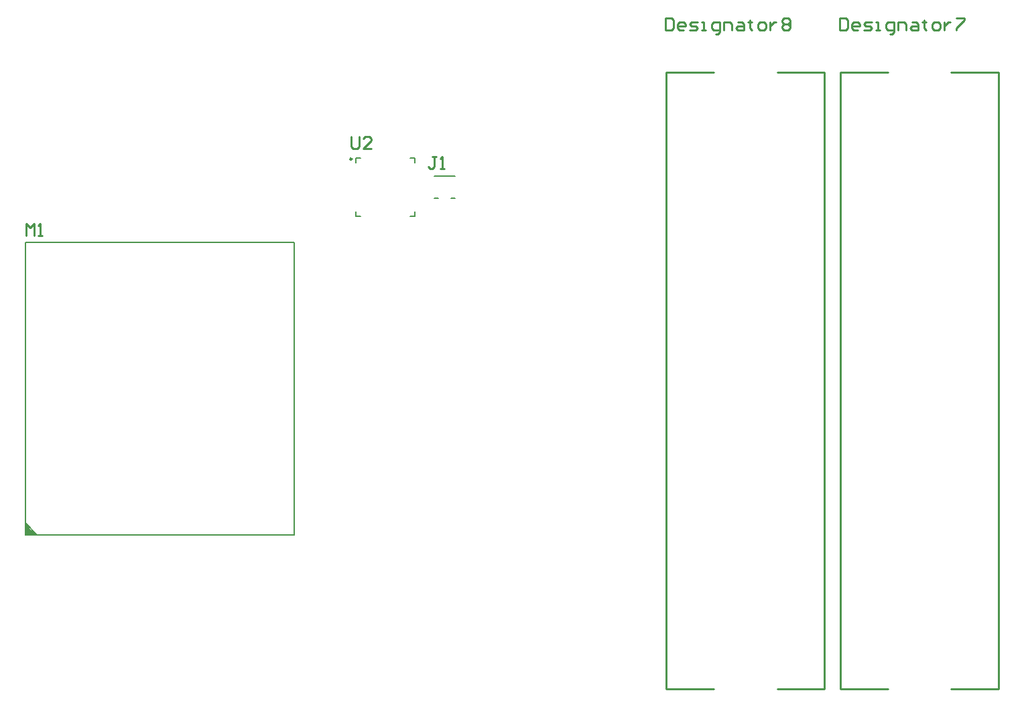
<source format=gto>
G04*
G04 #@! TF.GenerationSoftware,Altium Limited,Altium Designer,24.5.2 (23)*
G04*
G04 Layer_Color=65535*
%FSLAX44Y44*%
%MOMM*%
G71*
G04*
G04 #@! TF.SameCoordinates,3DCBDF99-3535-49DB-9263-CEB5A80537B2*
G04*
G04*
G04 #@! TF.FilePolarity,Positive*
G04*
G01*
G75*
%ADD10C,0.2500*%
%ADD11C,0.2000*%
%ADD12C,0.1270*%
%ADD13C,0.2540*%
D10*
X-232250Y280500D02*
G03*
X-232250Y280500I-1250J0D01*
G01*
X165000Y-390000D02*
X225000D01*
X165000D02*
Y390000D01*
X225000D01*
X305000D02*
X365000D01*
X305000Y-390000D02*
X365000D01*
Y390000D01*
X165000Y-390000D02*
X225000D01*
X165000D02*
Y390000D01*
X225000D01*
X305000D02*
X365000D01*
X305000Y-390000D02*
X365000D01*
Y390000D01*
X525000D02*
X585000D01*
Y-390000D02*
Y390000D01*
X525000Y-390000D02*
X585000D01*
X385000D02*
X445000D01*
X385000Y390000D02*
X445000D01*
X385000Y-390000D02*
Y390000D01*
D11*
X-645000Y175000D02*
X-645000Y-195000D01*
X-645000Y175000D02*
X-305000Y175000D01*
X-305000Y-195000D01*
X-645000Y-195000D02*
X-305000Y-195000D01*
X-630000Y-195000D02*
Y-195000D01*
X-645000Y-180000D02*
X-630000Y-195000D01*
X-645000Y-182500D02*
Y-180000D01*
Y-182500D02*
X-632500Y-195000D01*
X-634516D02*
X-632500D01*
X-644714Y-184802D02*
X-634516Y-195000D01*
X-644714Y-187357D02*
Y-184802D01*
Y-187357D02*
X-637329Y-194742D01*
X-639034D02*
X-637329D01*
X-644288Y-189488D02*
X-639034Y-194742D01*
X-644288Y-191334D02*
Y-189488D01*
Y-191334D02*
X-640880Y-194742D01*
X-643437D02*
X-640880D01*
X-644572Y-193607D02*
X-643437Y-194742D01*
X-644572Y-193607D02*
Y-185512D01*
X-644004Y-184944D01*
X-227000Y208000D02*
X-221000D01*
X-227000D02*
Y214000D01*
X-159000Y208000D02*
X-153000D01*
Y214000D01*
Y276000D02*
Y282000D01*
X-159000D02*
X-153000D01*
X-227000D02*
X-221000D01*
X-227000Y276000D02*
Y282000D01*
D12*
X-128250Y230800D02*
X-123450D01*
X-107050D02*
X-102250D01*
X-128250Y259200D02*
X-102250D01*
D13*
X164250Y458829D02*
Y443594D01*
X171868D01*
X174407Y446133D01*
Y456290D01*
X171868Y458829D01*
X164250D01*
X187103Y443594D02*
X182024D01*
X179485Y446133D01*
Y451212D01*
X182024Y453751D01*
X187103D01*
X189642Y451212D01*
Y448672D01*
X179485D01*
X194720Y443594D02*
X202338D01*
X204877Y446133D01*
X202338Y448672D01*
X197259D01*
X194720Y451212D01*
X197259Y453751D01*
X204877D01*
X209955Y443594D02*
X215034D01*
X212494D01*
Y453751D01*
X209955D01*
X227729Y438516D02*
X230269D01*
X232808Y441055D01*
Y453751D01*
X225190D01*
X222651Y451212D01*
Y446133D01*
X225190Y443594D01*
X232808D01*
X237886D02*
Y453751D01*
X245504D01*
X248043Y451212D01*
Y443594D01*
X255660Y453751D02*
X260739D01*
X263278Y451212D01*
Y443594D01*
X255660D01*
X253121Y446133D01*
X255660Y448672D01*
X263278D01*
X270896Y456290D02*
Y453751D01*
X268356D01*
X273435D01*
X270896D01*
Y446133D01*
X273435Y443594D01*
X283591D02*
X288670D01*
X291209Y446133D01*
Y451212D01*
X288670Y453751D01*
X283591D01*
X281052Y451212D01*
Y446133D01*
X283591Y443594D01*
X296287Y453751D02*
Y443594D01*
Y448672D01*
X298827Y451212D01*
X301366Y453751D01*
X303905D01*
X311522Y446133D02*
X314062Y443594D01*
X319140D01*
X321679Y446133D01*
Y456290D01*
X319140Y458829D01*
X314062D01*
X311522Y456290D01*
Y453751D01*
X314062Y451212D01*
X321679D01*
X164250Y458829D02*
Y443594D01*
X171868D01*
X174407Y446133D01*
Y456290D01*
X171868Y458829D01*
X164250D01*
X187103Y443594D02*
X182024D01*
X179485Y446133D01*
Y451212D01*
X182024Y453751D01*
X187103D01*
X189642Y451212D01*
Y448672D01*
X179485D01*
X194720Y443594D02*
X202338D01*
X204877Y446133D01*
X202338Y448672D01*
X197259D01*
X194720Y451212D01*
X197259Y453751D01*
X204877D01*
X209955Y443594D02*
X215034D01*
X212494D01*
Y453751D01*
X209955D01*
X227729Y438516D02*
X230269D01*
X232808Y441055D01*
Y453751D01*
X225190D01*
X222651Y451212D01*
Y446133D01*
X225190Y443594D01*
X232808D01*
X237886D02*
Y453751D01*
X245504D01*
X248043Y451212D01*
Y443594D01*
X255660Y453751D02*
X260739D01*
X263278Y451212D01*
Y443594D01*
X255660D01*
X253121Y446133D01*
X255660Y448672D01*
X263278D01*
X270896Y456290D02*
Y453751D01*
X268356D01*
X273435D01*
X270896D01*
Y446133D01*
X273435Y443594D01*
X283591D02*
X288670D01*
X291209Y446133D01*
Y451212D01*
X288670Y453751D01*
X283591D01*
X281052Y451212D01*
Y446133D01*
X283591Y443594D01*
X296287Y453751D02*
Y443594D01*
Y448672D01*
X298827Y451212D01*
X301366Y453751D01*
X303905D01*
X311522Y456290D02*
X314062Y458829D01*
X319140D01*
X321679Y456290D01*
Y453751D01*
X319140Y451212D01*
X321679Y448672D01*
Y446133D01*
X319140Y443594D01*
X314062D01*
X311522Y446133D01*
Y448672D01*
X314062Y451212D01*
X311522Y453751D01*
Y456290D01*
X314062Y451212D02*
X319140D01*
X384214Y458829D02*
Y443594D01*
X391832D01*
X394371Y446133D01*
Y456290D01*
X391832Y458829D01*
X384214D01*
X407067Y443594D02*
X401988D01*
X399449Y446133D01*
Y451212D01*
X401988Y453751D01*
X407067D01*
X409606Y451212D01*
Y448672D01*
X399449D01*
X414684Y443594D02*
X422302D01*
X424841Y446133D01*
X422302Y448672D01*
X417223D01*
X414684Y451212D01*
X417223Y453751D01*
X424841D01*
X429919Y443594D02*
X434998D01*
X432458D01*
Y453751D01*
X429919D01*
X447693Y438516D02*
X450233D01*
X452772Y441055D01*
Y453751D01*
X445154D01*
X442615Y451212D01*
Y446133D01*
X445154Y443594D01*
X452772D01*
X457850D02*
Y453751D01*
X465468D01*
X468007Y451212D01*
Y443594D01*
X475624Y453751D02*
X480703D01*
X483242Y451212D01*
Y443594D01*
X475624D01*
X473085Y446133D01*
X475624Y448672D01*
X483242D01*
X490859Y456290D02*
Y453751D01*
X488320D01*
X493399D01*
X490859D01*
Y446133D01*
X493399Y443594D01*
X503555D02*
X508634D01*
X511173Y446133D01*
Y451212D01*
X508634Y453751D01*
X503555D01*
X501016Y451212D01*
Y446133D01*
X503555Y443594D01*
X516251Y453751D02*
Y443594D01*
Y448672D01*
X518791Y451212D01*
X521330Y453751D01*
X523869D01*
X531486Y458829D02*
X541643D01*
Y456290D01*
X531486Y446133D01*
Y443594D01*
X-233514Y309223D02*
Y296527D01*
X-230975Y293988D01*
X-225896D01*
X-223357Y296527D01*
Y309223D01*
X-208122Y293988D02*
X-218279D01*
X-208122Y304145D01*
Y306684D01*
X-210661Y309223D01*
X-215740D01*
X-218279Y306684D01*
X-643470Y183498D02*
Y198733D01*
X-638392Y193655D01*
X-633313Y198733D01*
Y183498D01*
X-628235D02*
X-623157D01*
X-625696D01*
Y198733D01*
X-628235Y196194D01*
X-125313Y283569D02*
X-130392D01*
X-127852D01*
Y270873D01*
X-130392Y268334D01*
X-132931D01*
X-135470Y270873D01*
X-120235Y268334D02*
X-115157D01*
X-117696D01*
Y283569D01*
X-120235Y281030D01*
M02*

</source>
